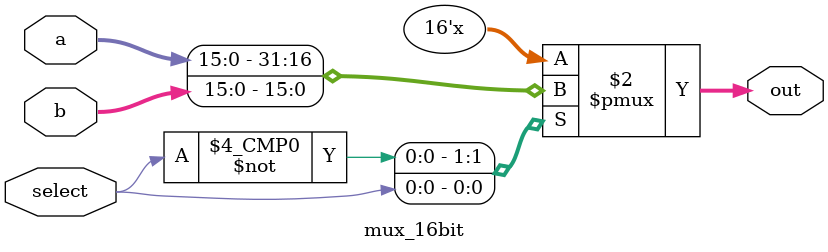
<source format=v>
`timescale 1ns / 1ps


module mux_16bit(
    input [15:0] a,
    input [15:0] b,
    input select,
    output [15:0] out
    );
    
reg [15:0] out;
wire select;
wire [15:0] a,b;

always @(select or a)
begin
    case (select)
        0 : out = a;
        1 : out = b;
    endcase
end    
endmodule

</source>
